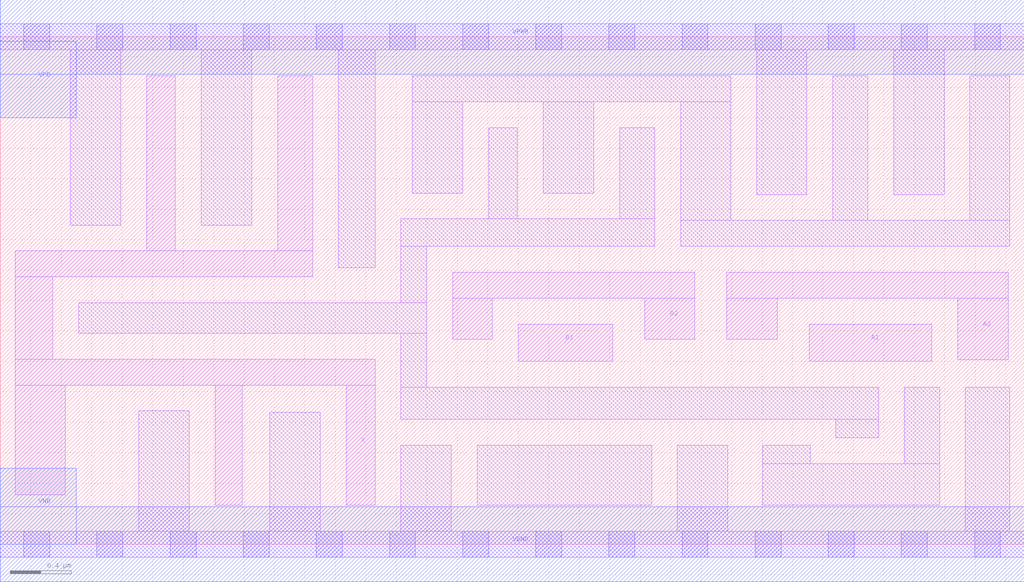
<source format=lef>
# Copyright 2020 The SkyWater PDK Authors
#
# Licensed under the Apache License, Version 2.0 (the "License");
# you may not use this file except in compliance with the License.
# You may obtain a copy of the License at
#
#     https://www.apache.org/licenses/LICENSE-2.0
#
# Unless required by applicable law or agreed to in writing, software
# distributed under the License is distributed on an "AS IS" BASIS,
# WITHOUT WARRANTIES OR CONDITIONS OF ANY KIND, either express or implied.
# See the License for the specific language governing permissions and
# limitations under the License.
#
# SPDX-License-Identifier: Apache-2.0

VERSION 5.5 ;
NAMESCASESENSITIVE ON ;
BUSBITCHARS "[]" ;
DIVIDERCHAR "/" ;
MACRO sky130_fd_sc_lp__a22o_4
  CLASS CORE ;
  SOURCE USER ;
  ORIGIN  0.000000  0.000000 ;
  SIZE  6.720000 BY  3.330000 ;
  SYMMETRY X Y R90 ;
  SITE unit ;
  PIN A1
    ANTENNAGATEAREA  0.630000 ;
    DIRECTION INPUT ;
    USE SIGNAL ;
    PORT
      LAYER li1 ;
        RECT 5.310000 1.200000 6.115000 1.445000 ;
    END
  END A1
  PIN A2
    ANTENNAGATEAREA  0.630000 ;
    DIRECTION INPUT ;
    USE SIGNAL ;
    PORT
      LAYER li1 ;
        RECT 4.770000 1.345000 5.100000 1.615000 ;
        RECT 4.770000 1.615000 6.615000 1.785000 ;
        RECT 6.285000 1.210000 6.615000 1.615000 ;
    END
  END A2
  PIN B1
    ANTENNAGATEAREA  0.630000 ;
    DIRECTION INPUT ;
    USE SIGNAL ;
    PORT
      LAYER li1 ;
        RECT 3.400000 1.200000 4.020000 1.445000 ;
    END
  END B1
  PIN B2
    ANTENNAGATEAREA  0.630000 ;
    DIRECTION INPUT ;
    USE SIGNAL ;
    PORT
      LAYER li1 ;
        RECT 2.970000 1.345000 3.230000 1.615000 ;
        RECT 2.970000 1.615000 4.560000 1.785000 ;
        RECT 4.230000 1.345000 4.560000 1.615000 ;
    END
  END B2
  PIN X
    ANTENNADIFFAREA  1.176000 ;
    DIRECTION OUTPUT ;
    USE SIGNAL ;
    PORT
      LAYER li1 ;
        RECT 0.100000 0.325000 0.425000 1.045000 ;
        RECT 0.100000 1.045000 2.460000 1.215000 ;
        RECT 0.100000 1.215000 0.345000 1.755000 ;
        RECT 0.100000 1.755000 2.050000 1.925000 ;
        RECT 0.960000 1.925000 1.150000 3.075000 ;
        RECT 1.410000 0.255000 1.590000 1.045000 ;
        RECT 1.820000 1.925000 2.050000 3.075000 ;
        RECT 2.270000 0.255000 2.460000 1.045000 ;
    END
  END X
  PIN VGND
    DIRECTION INOUT ;
    USE GROUND ;
    PORT
      LAYER met1 ;
        RECT 0.000000 -0.245000 6.720000 0.245000 ;
    END
  END VGND
  PIN VNB
    DIRECTION INOUT ;
    USE GROUND ;
    PORT
    END
  END VNB
  PIN VPB
    DIRECTION INOUT ;
    USE POWER ;
    PORT
    END
  END VPB
  PIN VNB
    DIRECTION INOUT ;
    USE GROUND ;
    PORT
      LAYER met1 ;
        RECT 0.000000 0.000000 0.500000 0.500000 ;
    END
  END VNB
  PIN VPB
    DIRECTION INOUT ;
    USE POWER ;
    PORT
      LAYER met1 ;
        RECT 0.000000 2.800000 0.500000 3.300000 ;
    END
  END VPB
  PIN VPWR
    DIRECTION INOUT ;
    USE POWER ;
    PORT
      LAYER met1 ;
        RECT 0.000000 3.085000 6.720000 3.575000 ;
    END
  END VPWR
  OBS
    LAYER li1 ;
      RECT 0.000000 -0.085000 6.720000 0.085000 ;
      RECT 0.000000  3.245000 6.720000 3.415000 ;
      RECT 0.460000  2.095000 0.790000 3.245000 ;
      RECT 0.515000  1.385000 2.800000 1.585000 ;
      RECT 0.910000  0.085000 1.240000 0.875000 ;
      RECT 1.320000  2.095000 1.650000 3.245000 ;
      RECT 1.770000  0.085000 2.100000 0.865000 ;
      RECT 2.220000  1.815000 2.460000 3.245000 ;
      RECT 2.630000  0.085000 2.960000 0.650000 ;
      RECT 2.630000  0.820000 5.765000 1.030000 ;
      RECT 2.630000  1.030000 2.800000 1.385000 ;
      RECT 2.630000  1.585000 2.800000 1.955000 ;
      RECT 2.630000  1.955000 4.295000 2.135000 ;
      RECT 2.705000  2.305000 3.035000 2.905000 ;
      RECT 2.705000  2.905000 4.795000 3.075000 ;
      RECT 3.130000  0.255000 4.275000 0.650000 ;
      RECT 3.205000  2.135000 3.395000 2.735000 ;
      RECT 3.565000  2.305000 3.895000 2.905000 ;
      RECT 4.065000  2.135000 4.295000 2.735000 ;
      RECT 4.445000  0.085000 4.775000 0.650000 ;
      RECT 4.465000  1.955000 6.625000 2.125000 ;
      RECT 4.465000  2.125000 4.795000 2.905000 ;
      RECT 4.965000  2.295000 5.295000 3.245000 ;
      RECT 5.005000  0.255000 6.165000 0.530000 ;
      RECT 5.005000  0.530000 5.315000 0.650000 ;
      RECT 5.465000  2.125000 5.695000 3.075000 ;
      RECT 5.485000  0.700000 5.765000 0.820000 ;
      RECT 5.865000  2.295000 6.195000 3.245000 ;
      RECT 5.935000  0.530000 6.165000 1.030000 ;
      RECT 6.335000  0.085000 6.625000 1.030000 ;
      RECT 6.365000  2.125000 6.625000 3.075000 ;
    LAYER mcon ;
      RECT 0.155000 -0.085000 0.325000 0.085000 ;
      RECT 0.155000  3.245000 0.325000 3.415000 ;
      RECT 0.635000 -0.085000 0.805000 0.085000 ;
      RECT 0.635000  3.245000 0.805000 3.415000 ;
      RECT 1.115000 -0.085000 1.285000 0.085000 ;
      RECT 1.115000  3.245000 1.285000 3.415000 ;
      RECT 1.595000 -0.085000 1.765000 0.085000 ;
      RECT 1.595000  3.245000 1.765000 3.415000 ;
      RECT 2.075000 -0.085000 2.245000 0.085000 ;
      RECT 2.075000  3.245000 2.245000 3.415000 ;
      RECT 2.555000 -0.085000 2.725000 0.085000 ;
      RECT 2.555000  3.245000 2.725000 3.415000 ;
      RECT 3.035000 -0.085000 3.205000 0.085000 ;
      RECT 3.035000  3.245000 3.205000 3.415000 ;
      RECT 3.515000 -0.085000 3.685000 0.085000 ;
      RECT 3.515000  3.245000 3.685000 3.415000 ;
      RECT 3.995000 -0.085000 4.165000 0.085000 ;
      RECT 3.995000  3.245000 4.165000 3.415000 ;
      RECT 4.475000 -0.085000 4.645000 0.085000 ;
      RECT 4.475000  3.245000 4.645000 3.415000 ;
      RECT 4.955000 -0.085000 5.125000 0.085000 ;
      RECT 4.955000  3.245000 5.125000 3.415000 ;
      RECT 5.435000 -0.085000 5.605000 0.085000 ;
      RECT 5.435000  3.245000 5.605000 3.415000 ;
      RECT 5.915000 -0.085000 6.085000 0.085000 ;
      RECT 5.915000  3.245000 6.085000 3.415000 ;
      RECT 6.395000 -0.085000 6.565000 0.085000 ;
      RECT 6.395000  3.245000 6.565000 3.415000 ;
  END
END sky130_fd_sc_lp__a22o_4
END LIBRARY

</source>
